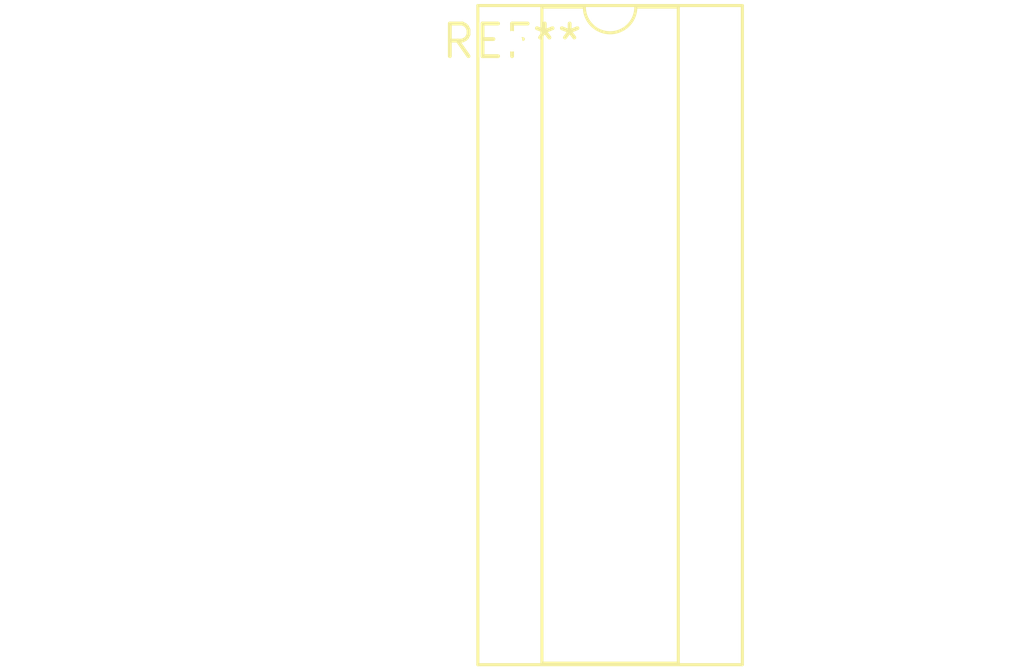
<source format=kicad_pcb>
(kicad_pcb (version 20240108) (generator pcbnew)
  (layers (0 "F.Cu" signal) (31 "B.Cu" signal) (34 "B.Paste" user) (35 "F.Paste" user) (36 "B.SilkS" user "B.Silkscreen") (37 "F.SilkS" user "F.Silkscreen") (38 "B.Mask" user) (39 "F.Mask" user) (44 "Edge.Cuts" user))
  (net 0 "")
  (footprint "CERDIP-20_W7.62mm_SideBrazed_Socket" (layer "F.Cu") (at 0 0)
    (property "Reference" "REF**")
    (property "Value" "CERDIP-20_W7.62mm_SideBrazed_Socket")
    (fp_line (start -1.33 -1.39) (end -1.33 24.25) (layer "F.SilkS") (stroke (width 0.12)))
    (fp_line (start -1.33 24.25) (end 8.95 24.25) (layer "F.SilkS") (stroke (width 0.12)))
    (fp_line (start 1.16 -1.33) (end 1.16 24.19) (layer "F.SilkS") (stroke (width 0.12)))
    (fp_line (start 1.16 24.19) (end 6.46 24.19) (layer "F.SilkS") (stroke (width 0.12)))
    (fp_line (start 2.81 -1.33) (end 1.16 -1.33) (layer "F.SilkS") (stroke (width 0.12)))
    (fp_line (start 6.46 -1.33) (end 4.81 -1.33) (layer "F.SilkS") (stroke (width 0.12)))
    (fp_line (start 6.46 24.19) (end 6.46 -1.33) (layer "F.SilkS") (stroke (width 0.12)))
    (fp_line (start 8.95 -1.39) (end -1.33 -1.39) (layer "F.SilkS") (stroke (width 0.12)))
    (fp_line (start 8.95 24.25) (end 8.95 -1.39) (layer "F.SilkS") (stroke (width 0.12)))
    (fp_arc (start 4.81 -1.33) (mid 3.81 -0.33) (end 2.81 -1.33) (layer "F.SilkS") (stroke (width 0.12)))
    (pad "1" thru_hole rect (at 0 0) (size 1.6 1.6) (drill 0.8) (layers *.Cu *.Mask) (remove_unused_layers))
    (pad "2" thru_hole circle (at 0 2.54) (size 1.6 1.6) (drill 0.8) (layers *.Cu *.Mask) (remove_unused_layers))
    (pad "3" thru_hole circle (at 0 5.08) (size 1.6 1.6) (drill 0.8) (layers *.Cu *.Mask) (remove_unused_layers))
    (pad "4" thru_hole circle (at 0 7.62) (size 1.6 1.6) (drill 0.8) (layers *.Cu *.Mask) (remove_unused_layers))
    (pad "5" thru_hole circle (at 0 10.16) (size 1.6 1.6) (drill 0.8) (layers *.Cu *.Mask) (remove_unused_layers))
    (pad "6" thru_hole circle (at 0 12.7) (size 1.6 1.6) (drill 0.8) (layers *.Cu *.Mask) (remove_unused_layers))
    (pad "7" thru_hole circle (at 0 15.24) (size 1.6 1.6) (drill 0.8) (layers *.Cu *.Mask) (remove_unused_layers))
    (pad "8" thru_hole circle (at 0 17.78) (size 1.6 1.6) (drill 0.8) (layers *.Cu *.Mask) (remove_unused_layers))
    (pad "9" thru_hole circle (at 0 20.32) (size 1.6 1.6) (drill 0.8) (layers *.Cu *.Mask) (remove_unused_layers))
    (pad "10" thru_hole circle (at 0 22.86) (size 1.6 1.6) (drill 0.8) (layers *.Cu *.Mask) (remove_unused_layers))
    (pad "11" thru_hole circle (at 7.62 22.86) (size 1.6 1.6) (drill 0.8) (layers *.Cu *.Mask) (remove_unused_layers))
    (pad "12" thru_hole circle (at 7.62 20.32) (size 1.6 1.6) (drill 0.8) (layers *.Cu *.Mask) (remove_unused_layers))
    (pad "13" thru_hole circle (at 7.62 17.78) (size 1.6 1.6) (drill 0.8) (layers *.Cu *.Mask) (remove_unused_layers))
    (pad "14" thru_hole circle (at 7.62 15.24) (size 1.6 1.6) (drill 0.8) (layers *.Cu *.Mask) (remove_unused_layers))
    (pad "15" thru_hole circle (at 7.62 12.7) (size 1.6 1.6) (drill 0.8) (layers *.Cu *.Mask) (remove_unused_layers))
    (pad "16" thru_hole circle (at 7.62 10.16) (size 1.6 1.6) (drill 0.8) (layers *.Cu *.Mask) (remove_unused_layers))
    (pad "17" thru_hole circle (at 7.62 7.62) (size 1.6 1.6) (drill 0.8) (layers *.Cu *.Mask) (remove_unused_layers))
    (pad "18" thru_hole circle (at 7.62 5.08) (size 1.6 1.6) (drill 0.8) (layers *.Cu *.Mask) (remove_unused_layers))
    (pad "19" thru_hole circle (at 7.62 2.54) (size 1.6 1.6) (drill 0.8) (layers *.Cu *.Mask) (remove_unused_layers))
    (pad "20" thru_hole circle (at 7.62 0) (size 1.6 1.6) (drill 0.8) (layers *.Cu *.Mask) (remove_unused_layers))
  )
)
</source>
